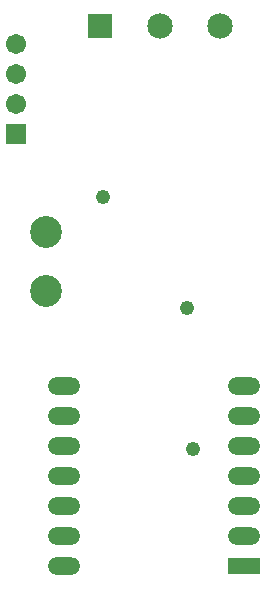
<source format=gbs>
G04*
G04 #@! TF.GenerationSoftware,Altium Limited,Altium Designer,19.1.8 (144)*
G04*
G04 Layer_Color=16711935*
%FSLAX44Y44*%
%MOMM*%
G71*
G01*
G75*
%ADD38C,2.1532*%
%ADD39R,2.1532X2.1532*%
%ADD40O,2.7432X1.4732*%
%ADD41R,2.7432X1.4732*%
%ADD42R,1.7032X1.7032*%
%ADD43C,1.7032*%
%ADD44C,2.7032*%
%ADD45C,1.2192*%
D38*
X213360Y472440D02*
D03*
X162560D02*
D03*
D39*
X111760D02*
D03*
D40*
X81280Y167640D02*
D03*
Y142240D02*
D03*
Y116840D02*
D03*
Y91440D02*
D03*
Y66040D02*
D03*
Y40640D02*
D03*
Y15240D02*
D03*
X233680Y167640D02*
D03*
Y142240D02*
D03*
Y116840D02*
D03*
Y91440D02*
D03*
Y66040D02*
D03*
Y40640D02*
D03*
D41*
Y15240D02*
D03*
D42*
X40640Y381000D02*
D03*
D43*
Y406400D02*
D03*
Y431800D02*
D03*
Y457200D02*
D03*
D44*
X66040Y248666D02*
D03*
Y298666D02*
D03*
D45*
X190500Y114300D02*
D03*
X114300Y327660D02*
D03*
X185166Y233680D02*
D03*
M02*

</source>
